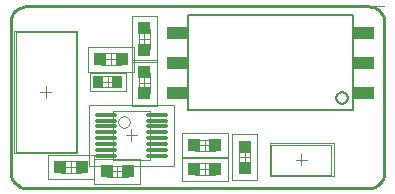
<source format=gtp>
G04*
G04 #@! TF.GenerationSoftware,Altium Limited,Altium Designer,18.1.9 (240)*
G04*
G04 Layer_Color=8421504*
%FSLAX25Y25*%
%MOIN*%
G70*
G01*
G75*
%ADD12C,0.01000*%
%ADD13C,0.00197*%
%ADD14C,0.00394*%
%ADD15C,0.00500*%
%ADD16R,0.07677X0.04016*%
%ADD17R,0.04331X0.04331*%
%ADD18R,0.04331X0.04331*%
%ADD19R,0.03543X0.03937*%
%ADD20O,0.07677X0.01181*%
D12*
X124500Y55500D02*
X124350Y56519D01*
X124005Y57490D01*
X123476Y58375D01*
X122785Y59139D01*
X121959Y59754D01*
X121028Y60196D01*
X120029Y60448D01*
X119000Y60500D01*
X119500Y-0D02*
X120475Y96D01*
X121413Y381D01*
X122278Y843D01*
X123036Y1464D01*
X123657Y2222D01*
X124119Y3087D01*
X124404Y4025D01*
X124500Y5000D01*
X-0Y5000D02*
X96Y4025D01*
X381Y3087D01*
X843Y2222D01*
X1464Y1464D01*
X2222Y843D01*
X3087Y381D01*
X4025Y96D01*
X5000Y0D01*
Y60500D02*
X4025Y60404D01*
X3087Y60119D01*
X2222Y59657D01*
X1464Y59035D01*
X843Y58278D01*
X381Y57413D01*
X96Y56476D01*
X0Y55500D01*
X124500Y5000D02*
Y55500D01*
X5000Y0D02*
X119500D01*
X0Y5000D02*
Y55500D01*
X5000Y60500D02*
X119000D01*
D13*
X60000Y61000D02*
X60500Y60500D01*
X124500D01*
X42539Y35047D02*
X46279D01*
X44409Y33177D02*
Y36917D01*
X48543Y27370D02*
Y42724D01*
X40276Y27370D02*
Y42724D01*
X48543D01*
X40276Y27370D02*
X48543D01*
X86457Y4055D02*
Y14842D01*
X107744D01*
X86457Y4055D02*
X107744D01*
Y14842D01*
X73819Y17913D02*
X82087D01*
X73819Y2559D02*
X82087D01*
Y17913D01*
X73819Y2559D02*
Y17913D01*
X77953Y8366D02*
Y12106D01*
X76083Y10236D02*
X79823D01*
X64567Y4429D02*
Y8169D01*
X62697Y6299D02*
X66437D01*
X56890Y2165D02*
X72244D01*
X56890Y10433D02*
X72244D01*
Y2165D02*
Y10433D01*
X56890Y2165D02*
Y10433D01*
X64567Y12303D02*
Y16043D01*
X62697Y14173D02*
X66437D01*
X56890Y10039D02*
X72244D01*
X56890Y18307D02*
X72244D01*
Y10039D02*
Y18307D01*
X56890Y10039D02*
Y18307D01*
X40276Y57284D02*
X48543D01*
X40276Y41929D02*
X48543D01*
Y57284D01*
X40276Y41929D02*
Y57284D01*
X44409Y47736D02*
Y51476D01*
X42539Y49606D02*
X46279D01*
X1142Y11504D02*
X21929D01*
X1142D02*
Y52291D01*
X21929Y11504D02*
Y52291D01*
X1142D02*
X21929D01*
X33386Y41051D02*
Y44791D01*
X31516Y42921D02*
X35256D01*
X25709Y47055D02*
X41063D01*
X25709Y38787D02*
X41063D01*
X25709D02*
Y47055D01*
X41063Y38787D02*
Y47055D01*
X32303Y33531D02*
Y37272D01*
X30433Y35402D02*
X34173D01*
X26398Y32449D02*
X38209D01*
X26398Y38354D02*
X38209D01*
Y32449D02*
Y38354D01*
X26398Y32449D02*
Y38354D01*
X12323Y2843D02*
Y11110D01*
X27677Y2843D02*
Y11110D01*
X12323D02*
X27677D01*
X12323Y2843D02*
X27677D01*
X18130Y6976D02*
X21870D01*
X20000Y5106D02*
Y8846D01*
X43110Y1378D02*
Y9646D01*
X27756Y1378D02*
Y9646D01*
Y1378D02*
X43110D01*
X27756Y9646D02*
X43110D01*
X33563Y5512D02*
X37303D01*
X35433Y3642D02*
Y7382D01*
X26102Y7291D02*
Y27764D01*
X54252Y7291D02*
Y27764D01*
X26102D02*
X54252D01*
X26102Y7291D02*
X54252D01*
D14*
X39587Y22055D02*
X39323Y23039D01*
X38602Y23760D01*
X37618Y24024D01*
X36634Y23760D01*
X35913Y23039D01*
X35650Y22055D01*
X35913Y21071D01*
X36634Y20350D01*
X37618Y20087D01*
X38602Y20350D01*
X39323Y21071D01*
X39587Y22055D01*
X46279Y31701D02*
Y38394D01*
X42539Y31701D02*
Y38394D01*
X46279D01*
X42539Y31701D02*
X46279D01*
X106850Y4449D02*
Y14449D01*
X86850Y4449D02*
X106850D01*
X86850D02*
Y14449D01*
X106850D01*
X76083Y13681D02*
X79823D01*
X76083Y6791D02*
X79823D01*
Y13681D01*
X76083Y6791D02*
Y13681D01*
X61221Y4429D02*
X67913D01*
X61221Y8169D02*
X67913D01*
Y4429D02*
Y8169D01*
X61221Y4429D02*
Y8169D01*
Y12303D02*
X67913D01*
X61221Y16043D02*
X67913D01*
Y12303D02*
Y16043D01*
X61221Y12303D02*
Y16043D01*
X42539Y53051D02*
X46279D01*
X42539Y46161D02*
X46279D01*
Y53051D01*
X42539Y46161D02*
Y53051D01*
X1535Y11898D02*
X21535D01*
X1535D02*
Y51898D01*
X21535Y11898D02*
Y51898D01*
X1535D02*
X21535D01*
X30039Y44791D02*
X36732D01*
X30039Y41051D02*
X36732D01*
X30039D02*
Y44791D01*
X36732Y41051D02*
Y44791D01*
X28957Y33531D02*
X35650D01*
X28957Y37272D02*
X35650D01*
Y33531D02*
Y37272D01*
X28957Y33531D02*
Y37272D01*
X16555Y5106D02*
Y8846D01*
X23445Y5106D02*
Y8846D01*
X16555D02*
X23445D01*
X16555Y5106D02*
X23445D01*
X38878Y3642D02*
Y7382D01*
X31988Y3642D02*
Y7382D01*
Y3642D02*
X38878D01*
X31988Y7382D02*
X38878D01*
X34075Y9457D02*
Y25598D01*
X46279Y9457D02*
Y25598D01*
X34075D02*
X46279D01*
X34075Y9457D02*
X46279D01*
X96850Y7480D02*
Y11417D01*
X94882Y9449D02*
X98819D01*
X9567Y31898D02*
X13504D01*
X11535Y29929D02*
Y33866D01*
X38209Y17528D02*
X42146D01*
X40177Y15559D02*
Y19496D01*
D15*
X112205Y29921D02*
X111941Y30906D01*
X111221Y31626D01*
X110236Y31890D01*
X109252Y31626D01*
X108531Y30906D01*
X108267Y29921D01*
X108531Y28937D01*
X109252Y28216D01*
X110236Y27952D01*
X111221Y28216D01*
X111941Y28937D01*
X112205Y29921D01*
X59055Y25984D02*
Y57480D01*
X114173D01*
Y25984D02*
Y57480D01*
X59055Y25984D02*
X114173D01*
D16*
X55827Y41732D02*
D03*
Y51732D02*
D03*
Y31732D02*
D03*
X117401D02*
D03*
Y41732D02*
D03*
Y51732D02*
D03*
D17*
X44409Y38591D02*
D03*
Y31504D02*
D03*
X77953Y13780D02*
D03*
Y6693D02*
D03*
X44409Y53150D02*
D03*
Y46063D02*
D03*
D18*
X68110Y6299D02*
D03*
X61024D02*
D03*
X68110Y14173D02*
D03*
X61024D02*
D03*
X29842Y42921D02*
D03*
X36929D02*
D03*
X16457Y6976D02*
D03*
X23543D02*
D03*
X38976Y5512D02*
D03*
X31890D02*
D03*
D19*
X35453Y35402D02*
D03*
X29154D02*
D03*
D20*
X31811Y24417D02*
D03*
Y22449D02*
D03*
Y20480D02*
D03*
Y18512D02*
D03*
Y16543D02*
D03*
Y14575D02*
D03*
Y12606D02*
D03*
Y10638D02*
D03*
X48543Y24417D02*
D03*
Y22449D02*
D03*
Y20480D02*
D03*
Y18512D02*
D03*
Y16543D02*
D03*
Y14575D02*
D03*
Y12606D02*
D03*
Y10638D02*
D03*
M02*

</source>
